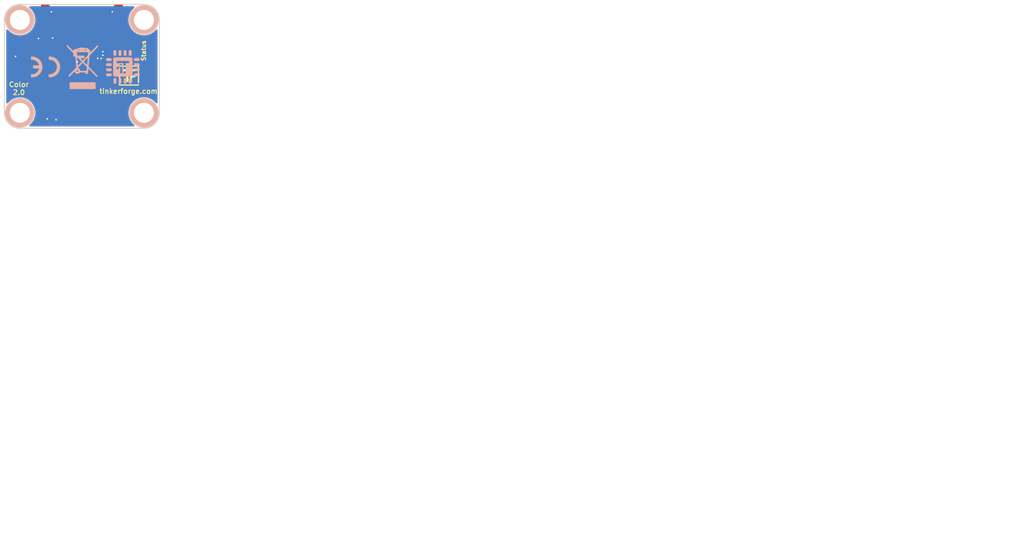
<source format=kicad_pcb>
(kicad_pcb (version 20211014) (generator pcbnew)
  (title_block (title "Color Bricklet") (date "2023-01-27") (rev "2.0") (company "Tinkerforge GmbH") (comment 1 "Licensed under CERN OHL v.1.1") (comment 2 "Copyright (©) 2023, T.Schneidermann <tim@tinkerforge.com>"))
  (layers (0 "F.Cu" signal) (31 "B.Cu" signal) (34 "B.Paste" user) (35 "F.Paste" user) (36 "B.SilkS" user "B.Silkscreen") (37 "F.SilkS" user "F.Silkscreen") (38 "B.Mask" user) (39 "F.Mask" user) (44 "Edge.Cuts" user))
  (net 0 "")
  (net 1 "GND")
  (net 2 "SCL")
  (net 3 "SDA")
  (net 4 "VCC")
  (net 5 "Net-(D1-Pad1)")
  (net 6 "Net-(D1-Pad2)")
  (net 7 "Net-(P1-Pad6)")
  (net 8 "Net-(C2-Pad1)")
  (net 9 "Net-(D2-Pad2)")
  (net 10 "Net-(P1-Pad4)")
  (net 11 "Net-(P1-Pad5)")
  (net 12 "Net-(P2-Pad1)")
  (net 13 "Net-(P3-Pad2)")
  (net 14 "LED")
  (net 15 "Net-(R5-Pad1)")
  (net 16 "S-MISO")
  (net 17 "S-MOSI")
  (net 18 "S-CLK")
  (net 19 "S-CS")
  (net 20 "INT")
  (net 21 "Net-(P1-Pad1)")
  (net 22 "Net-(U1-Pad4)")
  (net 23 "Net-(U2-Pad3)")
  (net 24 "Net-(U2-Pad5)")
  (net 25 "Net-(U2-Pad6)")
  (net 26 "Net-(U2-Pad8)")
  (net 27 "Net-(U2-Pad11)")
  (net 28 "Net-(U2-Pad12)")
  (net 29 "Net-(U2-Pad13)")
  (net 30 "Net-(U2-Pad14)")
  (net 31 "Net-(U2-Pad18)")
  (net 32 "Net-(U2-Pad20)")
  (net 33 "Net-(U2-Pad21)")
  (footprint "kicad-libraries:Fiducial_Mark" (layer "F.Cu") (at 117.9 77.9)
    (fp_text reference "Fiducial_Mark" hide)
    (fp_text value "VAL**" hide)
    (pad "1" smd circle locked (at 0 0) (size 1.00076 1.00076) (layers "F.Cu" "F.Paste" "F.Mask") (clearance 0.65024))
  )
  (footprint "kicad-libraries:Logo_31x31" (layer "F.Cu") (at 120 81.4)
    (fp_text reference "G***" hide)
    (fp_text value "LOGO" hide)
  )
  (footprint "kicad-libraries:CON-SENSOR2" (layer "F.Cu") (at 112.4 69.9 180)
    (fp_text reference "P1")
    (fp_text value "CON-SENSOR2")
    (pad "1" smd rect locked (at -3.75 -4.6 180) (size 0.6 1.8) (layers "F.Cu" "F.Paste" "F.Mask") (net 21 "Net-(P1-Pad1)"))
    (pad "2" smd rect locked (at -2.5 -4.6 180) (size 0.6 1.8) (layers "F.Cu" "F.Paste" "F.Mask") (net 1 "GND"))
    (pad "3" smd rect locked (at -1.25 -4.6 180) (size 0.6 1.8) (layers "F.Cu" "F.Paste" "F.Mask") (net 4 "VCC"))
    (pad "4" smd rect locked (at 0 -4.6 180) (size 0.6 1.8) (layers "F.Cu" "F.Paste" "F.Mask") (net 10 "Net-(P1-Pad4)"))
    (pad "5" smd rect locked (at 1.25 -4.6 180) (size 0.6 1.8) (layers "F.Cu" "F.Paste" "F.Mask") (net 11 "Net-(P1-Pad5)"))
    (pad "6" smd rect locked (at 2.5 -4.6 180) (size 0.6 1.8) (layers "F.Cu" "F.Paste" "F.Mask") (net 7 "Net-(P1-Pad6)"))
    (pad "7" smd rect locked (at 3.75 -4.6 180) (size 0.6 1.8) (layers "F.Cu" "F.Paste" "F.Mask") (net 8 "Net-(C2-Pad1)"))
    (pad "EP" smd rect locked (at 5.9 -1.2 180) (size 1.4 2.4) (layers "F.Cu" "F.Paste" "F.Mask") (net 1 "GND"))
    (pad "EP" smd rect locked (at -5.9 -1.2 180) (size 1.4 2.4) (layers "F.Cu" "F.Paste" "F.Mask") (net 1 "GND"))
  )
  (footprint "kicad-libraries:D0603F" (layer "F.Cu") (at 123.5 77.4 90)
    (fp_text reference "D2")
    (fp_text value "blue")
    (pad "1" smd rect locked (at -0.75 0 90) (size 0.9 0.9) (layers "F.Cu" "F.Paste" "F.Mask") (net 4 "VCC"))
    (pad "2" smd rect locked (at 0.75 0 90) (size 0.9 0.9) (layers "F.Cu" "F.Paste" "F.Mask") (net 9 "Net-(D2-Pad2)"))
  )
  (footprint "kicad-libraries:R0603F" (layer "F.Cu") (at 114.7 80.4 -90)
    (fp_text reference "R4")
    (fp_text value "2k2")
    (pad "1" smd rect locked (at -0.75 0 270) (size 0.9 0.9) (layers "F.Cu" "F.Paste" "F.Mask") (net 4 "VCC"))
    (pad "2" smd rect locked (at 0.75 0 270) (size 0.9 0.9) (layers "F.Cu" "F.Paste" "F.Mask") (net 3 "SDA"))
  )
  (footprint "kicad-libraries:R0603F" (layer "F.Cu") (at 109.3 80.6)
    (fp_text reference "R3")
    (fp_text value "2k2")
    (pad "1" smd rect locked (at -0.75 0) (size 0.9 0.9) (layers "F.Cu" "F.Paste" "F.Mask") (net 4 "VCC"))
    (pad "2" smd rect locked (at 0.75 0) (size 0.9 0.9) (layers "F.Cu" "F.Paste" "F.Mask") (net 2 "SCL"))
  )
  (footprint "kicad-libraries:FN-TCS3472" (layer "F.Cu") (at 112.4 82.3 -90)
    (fp_text reference "U1")
    (fp_text value "TCS3472")
    (pad "1" smd oval locked (at -0.95 -0.65 270) (size 1.4 0.4) (layers "F.Cu" "F.Paste" "F.Mask") (net 4 "VCC"))
    (pad "2" smd oval locked (at -0.95 0 270) (size 1.4 0.4) (layers "F.Cu" "F.Paste" "F.Mask") (net 2 "SCL"))
    (pad "3" smd oval locked (at -0.95 0.65 270) (size 1.4 0.4) (layers "F.Cu" "F.Paste" "F.Mask") (net 1 "GND"))
    (pad "4" smd oval locked (at 0.95 0.65 270) (size 1.4 0.4) (layers "F.Cu" "F.Paste" "F.Mask") (net 22 "Net-(U1-Pad4)"))
    (pad "5" smd oval locked (at 0.95 0 270) (size 1.4 0.4) (layers "F.Cu" "F.Paste" "F.Mask") (net 20 "INT"))
    (pad "6" smd oval locked (at 0.95 -0.65 270) (size 1.4 0.4) (layers "F.Cu" "F.Paste" "F.Mask") (net 3 "SDA"))
  )
  (footprint "kicad-libraries:Fiducial_Mark" (layer "F.Cu") (at 101.4 75.9)
    (fp_text reference "Fiducial_Mark" hide)
    (fp_text value "VAL**" hide)
    (pad "1" smd circle locked (at 0 0) (size 1.00076 1.00076) (layers "F.Cu" "F.Paste" "F.Mask") (clearance 0.65024))
  )
  (footprint "kicad-libraries:R0603F" (layer "F.Cu") (at 106.8 86.9 -90)
    (fp_text reference "R1")
    (fp_text value "10k")
    (pad "1" smd rect locked (at -0.75 0 270) (size 0.9 0.9) (layers "F.Cu" "F.Paste" "F.Mask") (net 14 "LED"))
    (pad "2" smd rect locked (at 0.75 0 270) (size 0.9 0.9) (layers "F.Cu" "F.Paste" "F.Mask") (net 1 "GND"))
  )
  (footprint "kicad-libraries:SolderJumper" (layer "F.Cu") (at 104.9 76.2 -90)
    (fp_text reference "P3")
    (fp_text value "BOOT")
    (pad "1" smd rect locked (at -0.5 0 270) (size 0.4 1.4) (layers "F.Cu" "F.Mask") (net 1 "GND"))
    (pad "1" smd rect locked (at -0.225 0.55 270) (size 0.95 0.3) (layers "F.Cu" "F.Mask") (net 1 "GND"))
    (pad "1" smd rect locked (at -0.225 -0.55 270) (size 0.95 0.3) (layers "F.Cu" "F.Mask") (net 1 "GND"))
    (pad "2" smd rect locked (at 0.55 0 270) (size 0.3 1.4) (layers "F.Cu" "F.Mask") (net 13 "Net-(P3-Pad2)"))
    (pad "2" smd rect locked (at 0.15 0 270) (size 0.6 0.5) (layers "F.Cu" "F.Mask") (net 13 "Net-(P3-Pad2)"))
  )
  (footprint "kicad-libraries:DRILL_NP" (layer "F.Cu") (at 102.4 72.4)
    (fp_text reference "U3" hide)
    (fp_text value "DRILL" hide)
    (pad "" np_thru_hole circle (at 0 0) (size 3.2 3.2) (drill 3.2) (layers F&B.Cu *.Mask) (clearance 0.89))
  )
  (footprint "kicad-libraries:DRILL_NP" (layer "F.Cu") (at 122.4 72.4)
    (fp_text reference "U4" hide)
    (fp_text value "DRILL" hide)
    (pad "" np_thru_hole circle (at 0 0) (size 3.2 3.2) (drill 3.2) (layers F&B.Cu *.Mask) (clearance 0.89))
  )
  (footprint "kicad-libraries:QFN24-4x4mm-0.5mm" (layer "F.Cu") (at 105.1 79.6 -90)
    (fp_text reference "U2")
    (fp_text value "XMC1300")
    (pad "1" smd oval locked (at -2.025 -1.25 270) (size 1 0.3) (layers "F.Cu" "F.Paste" "F.Mask") (net 16 "S-MISO"))
    (pad "2" smd oval locked (at -2.025 -0.75 270) (size 1 0.3) (layers "F.Cu" "F.Paste" "F.Mask") (net 12 "Net-(P2-Pad1)"))
    (pad "3" smd oval locked (at -2.025 -0.25 270) (size 1 0.3) (layers "F.Cu" "F.Paste" "F.Mask") (net 23 "Net-(U2-Pad3)"))
    (pad "4" smd oval locked (at -2.025 0.25 270) (size 1 0.3) (layers "F.Cu" "F.Paste" "F.Mask") (net 13 "Net-(P3-Pad2)"))
    (pad "5" smd oval locked (at -2.025 0.75 270) (size 1 0.3) (layers "F.Cu" "F.Paste" "F.Mask") (net 24 "Net-(U2-Pad5)"))
    (pad "6" smd oval locked (at -2.025 1.25 270) (size 1 0.3) (layers "F.Cu" "F.Paste" "F.Mask") (net 25 "Net-(U2-Pad6)"))
    (pad "7" smd oval locked (at -1.25 2.025) (size 1 0.3) (layers "F.Cu" "F.Paste" "F.Mask") (net 15 "Net-(R5-Pad1)"))
    (pad "8" smd oval locked (at -0.75 2.025) (size 1 0.3) (layers "F.Cu" "F.Paste" "F.Mask") (net 26 "Net-(U2-Pad8)"))
    (pad "9" smd oval locked (at -0.25 2.025) (size 1 0.3) (layers "F.Cu" "F.Paste" "F.Mask") (net 1 "GND"))
    (pad "10" smd oval locked (at 0.25 2.025) (size 1 0.3) (layers "F.Cu" "F.Paste" "F.Mask") (net 4 "VCC"))
    (pad "11" smd oval locked (at 0.75 2.025) (size 1 0.3) (layers "F.Cu" "F.Paste" "F.Mask") (net 27 "Net-(U2-Pad11)"))
    (pad "12" smd oval locked (at 1.25 2.025) (size 1 0.3) (layers "F.Cu" "F.Paste" "F.Mask") (net 28 "Net-(U2-Pad12)"))
    (pad "13" smd oval locked (at 2.025 1.25 270) (size 1 0.3) (layers "F.Cu" "F.Paste" "F.Mask") (net 29 "Net-(U2-Pad13)"))
    (pad "14" smd oval locked (at 2.025 0.75 270) (size 1 0.3) (layers "F.Cu" "F.Paste" "F.Mask") (net 30 "Net-(U2-Pad14)"))
    (pad "15" smd oval locked (at 2.025 0.25 270) (size 1 0.3) (layers "F.Cu" "F.Paste" "F.Mask") (net 14 "LED"))
    (pad "16" smd oval locked (at 2.025 -0.25 270) (size 1 0.3) (layers "F.Cu" "F.Paste" "F.Mask") (net 20 "INT"))
    (pad "17" smd oval locked (at 2.025 -0.75 270) (size 1 0.3) (layers "F.Cu" "F.Paste" "F.Mask") (net 3 "SDA"))
    (pad "18" smd oval locked (at 2.025 -1.25 270) (size 1 0.3) (layers "F.Cu" "F.Paste" "F.Mask") (net 31 "Net-(U2-Pad18)"))
    (pad "19" smd oval locked (at 1.25 -2.025) (size 1 0.3) (layers "F.Cu" "F.Paste" "F.Mask") (net 2 "SCL"))
    (pad "20" smd oval locked (at 0.75 -2.025) (size 1 0.3) (layers "F.Cu" "F.Paste" "F.Mask") (net 32 "Net-(U2-Pad20)"))
    (pad "21" smd oval locked (at 0.25 -2.025) (size 1 0.3) (layers "F.Cu" "F.Paste" "F.Mask") (net 33 "Net-(U2-Pad21)"))
    (pad "22" smd oval locked (at -0.25 -2.025) (size 1 0.3) (layers "F.Cu" "F.Paste" "F.Mask") (net 19 "S-CS"))
    (pad "23" smd oval locked (at -0.75 -2.025) (size 1 0.3) (layers "F.Cu" "F.Paste" "F.Mask") (net 18 "S-CLK"))
    (pad "24" smd oval locked (at -1.25 -2.025) (size 1 0.3) (layers "F.Cu" "F.Paste" "F.Mask") (net 17 "S-MOSI"))
    (pad "EXP" smd rect locked (at -0.65 -0.65 270) (size 1.3 1.3) (layers "F.Cu" "F.Paste" "F.Mask") (net 1 "GND"))
    (pad "EXP" smd rect locked (at -0.65 0.65 270) (size 1.3 1.3) (layers "F.Cu" "F.Paste" "F.Mask") (net 1 "GND"))
    (pad "EXP" smd rect locked (at 0.65 0.65 270) (size 1.3 1.3) (layers "F.Cu" "F.Paste" "F.Mask") (net 1 "GND"))
    (pad "EXP" smd rect locked (at 0.65 -0.65 270) (size 1.3 1.3) (layers "F.Cu" "F.Paste" "F.Mask") (net 1 "GND"))
  )
  (footprint "kicad-libraries:DRILL_NP" (layer "F.Cu") (at 122.4 87.4)
    (fp_text reference "U6" hide)
    (fp_text value "DRILL" hide)
    (pad "" np_thru_hole circle (at 0 0) (size 3.2 3.2) (drill 3.2) (layers F&B.Cu *.Mask) (clearance 0.89))
  )
  (footprint "kicad-libraries:DRILL_NP" (layer "F.Cu") (at 102.4 87.4)
    (fp_text reference "U5" hide)
    (fp_text value "DRILL" hide)
    (pad "" np_thru_hole circle (at 0 0) (size 3.2 3.2) (drill 3.2) (layers F&B.Cu *.Mask) (clearance 0.89))
  )
  (footprint "kicad-libraries:R0603F" (layer "F.Cu") (at 115.1 86.9 180)
    (fp_text reference "R2")
    (fp_text value "180")
    (pad "1" smd rect locked (at -0.75 0 180) (size 0.9 0.9) (layers "F.Cu" "F.Paste" "F.Mask") (net 4 "VCC"))
    (pad "2" smd rect locked (at 0.75 0 180) (size 0.9 0.9) (layers "F.Cu" "F.Paste" "F.Mask") (net 5 "Net-(D1-Pad1)"))
  )
  (footprint "kicad-libraries:4X0402" (layer "F.Cu") (at 110.5 76.8 180)
    (fp_text reference "RP1")
    (fp_text value "82")
    (pad "1" smd rect locked (at -0.7493 0.575) (size 0.29972 0.65) (layers "F.Cu" "F.Paste" "F.Mask") (net 10 "Net-(P1-Pad4)"))
    (pad "2" smd rect locked (at -0.24892 0.575) (size 0.29972 0.65) (layers "F.Cu" "F.Paste" "F.Mask") (net 11 "Net-(P1-Pad5)"))
    (pad "3" smd rect locked (at 0.24892 0.575) (size 0.29972 0.65) (layers "F.Cu" "F.Paste" "F.Mask") (net 7 "Net-(P1-Pad6)"))
    (pad "4" smd rect locked (at 0.7493 0.575) (size 0.29972 0.65) (layers "F.Cu" "F.Paste" "F.Mask") (net 8 "Net-(C2-Pad1)"))
    (pad "5" smd rect locked (at 0.7493 -0.575 180) (size 0.29972 0.65) (layers "F.Cu" "F.Paste" "F.Mask") (net 16 "S-MISO"))
    (pad "6" smd rect locked (at 0.24892 -0.575 180) (size 0.29972 0.65) (layers "F.Cu" "F.Paste" "F.Mask") (net 17 "S-MOSI"))
    (pad "7" smd rect locked (at -0.24892 -0.575 180) (size 0.29972 0.65) (layers "F.Cu" "F.Paste" "F.Mask") (net 18 "S-CLK"))
    (pad "8" smd rect locked (at -0.7493 -0.575 180) (size 0.29972 0.65) (layers "F.Cu" "F.Paste" "F.Mask") (net 19 "S-CS"))
  )
  (footprint "kicad-libraries:R0603F" (layer "F.Cu") (at 120.2 76.6)
    (fp_text reference "R5")
    (fp_text value "1k")
    (pad "1" smd rect locked (at -0.75 0) (size 0.9 0.9) (layers "F.Cu" "F.Paste" "F.Mask") (net 15 "Net-(R5-Pad1)"))
    (pad "2" smd rect locked (at 0.75 0) (size 0.9 0.9) (layers "F.Cu" "F.Paste" "F.Mask") (net 9 "Net-(D2-Pad2)"))
  )
  (footprint "kicad-libraries:LED-3x2" (layer "F.Cu") (at 112.4 85.2 180)
    (fp_text reference "D1")
    (fp_text value "LED")
    (pad "1" smd rect locked (at -1.55 0.05 180) (size 1.6 1.4) (layers "F.Cu" "F.Paste" "F.Mask") (net 5 "Net-(D1-Pad1)"))
    (pad "2" smd rect locked (at 1.55 0 180) (size 1.6 1.4) (layers "F.Cu" "F.Paste" "F.Mask") (net 6 "Net-(D1-Pad2)"))
  )
  (footprint "kicad-libraries:Fiducial_Mark" (layer "F.Cu") (at 117.9 87.9)
    (fp_text reference "Fiducial_Mark" hide)
    (fp_text value "VAL**" hide)
    (pad "1" smd circle locked (at 0 0) (size 1.00076 1.00076) (layers "F.Cu" "F.Paste" "F.Mask") (clearance 0.65024))
  )
  (footprint "kicad-libraries:DEBUG_PAD" (layer "F.Cu") (at 106.5 75.8)
    (fp_text reference "P2")
    (fp_text value "DEBUG")
    (pad "1" smd circle locked (at 0 0) (size 0.7 0.7) (layers "F.Cu" "F.Paste" "F.Mask") (net 12 "Net-(P2-Pad1)"))
  )
  (footprint "kicad-libraries:C0805" (layer "F.Cu") (at 114.3 76.4)
    (fp_text reference "C3")
    (fp_text value "10uF")
    (pad "1" smd rect locked (at -1.00076 0) (size 1.00076 1.24968) (layers "F.Cu" "F.Paste" "F.Mask") (net 4 "VCC") (clearance 0.14986))
    (pad "2" smd rect locked (at 1.00076 0) (size 1.00076 1.24968) (layers "F.Cu" "F.Paste" "F.Mask") (net 1 "GND") (clearance 0.14986))
  )
  (footprint "kicad-libraries:C0402F" (layer "F.Cu") (at 108.2 76.1 180)
    (fp_text reference "C2")
    (fp_text value "220pF")
    (pad "1" smd rect locked (at -0.5 0 180) (size 0.6 0.7) (layers "F.Cu" "F.Paste" "F.Mask") (net 8 "Net-(C2-Pad1)"))
    (pad "2" smd rect locked (at 0.5 0 180) (size 0.6 0.7) (layers "F.Cu" "F.Paste" "F.Mask") (net 1 "GND"))
  )
  (footprint "kicad-libraries:C0603F" (layer "F.Cu") (at 112.4 79.8)
    (fp_text reference "C1")
    (fp_text value "100nF")
    (pad "1" smd rect locked (at -0.75 0) (size 0.9 0.9) (layers "F.Cu" "F.Paste" "F.Mask") (net 1 "GND"))
    (pad "2" smd rect locked (at 0.75 0) (size 0.9 0.9) (layers "F.Cu" "F.Paste" "F.Mask") (net 4 "VCC"))
  )
  (footprint "kicad-libraries:C0603F" (layer "F.Cu") (at 101.7 79.7 90)
    (fp_text reference "C5")
    (fp_text value "100nF")
    (pad "1" smd rect locked (at -0.75 0 90) (size 0.9 0.9) (layers "F.Cu" "F.Paste" "F.Mask") (net 4 "VCC"))
    (pad "2" smd rect locked (at 0.75 0 90) (size 0.9 0.9) (layers "F.Cu" "F.Paste" "F.Mask") (net 1 "GND"))
  )
  (footprint "kicad-libraries:C0603F" (layer "F.Cu") (at 114.3 77.9)
    (fp_text reference "C4")
    (fp_text value "1uF")
    (pad "1" smd rect locked (at -0.75 0) (size 0.9 0.9) (layers "F.Cu" "F.Paste" "F.Mask") (net 4 "VCC"))
    (pad "2" smd rect locked (at 0.75 0) (size 0.9 0.9) (layers "F.Cu" "F.Paste" "F.Mask") (net 1 "GND"))
  )
  (footprint "kicad-libraries:SOT23GDS" (layer "F.Cu") (at 109.2 86.9 90)
    (fp_text reference "Q1")
    (fp_text value "2N7002P")
    (pad "D" smd rect locked (at 0 1.016 90) (size 0.9144 0.9144) (layers "F.Cu" "F.Paste" "F.Mask") (net 6 "Net-(D1-Pad2)"))
    (pad "G" smd rect locked (at 0.889 -1.016 90) (size 0.9144 0.9144) (layers "F.Cu" "F.Paste" "F.Mask") (net 14 "LED"))
    (pad "S" smd rect locked (at -0.889 -1.016 90) (size 0.9144 0.9144) (layers "F.Cu" "F.Paste" "F.Mask") (net 1 "GND"))
  )
  (footprint "kicad-libraries:CE_5mm" (layer "B.Cu") (at 106.5 80 180)
    (fp_text reference "VAL" hide)
    (fp_text value "CE_5mm" hide)
  )
  (footprint "kicad-libraries:WEEE_7mm" (layer "B.Cu") (at 112.5 80 180)
    (fp_text reference "VAL" hide)
    (fp_text value "WEEE_7mm" hide)
  )
  (footprint "kicad-libraries:Logo_CoMCU" (layer "B.Cu") (at 119 80 180)
    (fp_text reference "G***" hide)
    (fp_text value "LOGO" hide)
  )
  (gr_line (start 99.9 72.4) (end 99.9 87.4) (layer "Edge.Cuts") (width 0.15))
  (gr_line (start 122.4 69.9) (end 102.4 69.9) (layer "Edge.Cuts") (width 0.15))
  (gr_arc (start 102.4 89.9) (mid 100.632233 89.167767) (end 99.9 87.4) (layer "Edge.Cuts") (width 0.15))
  (gr_line (start 102.4 89.9) (end 122.4 89.9) (layer "Edge.Cuts") (width 0.15))
  (gr_line (start 124.9 87.4) (end 124.9 72.4) (layer "Edge.Cuts") (width 0.15))
  (gr_arc (start 124.9 87.4) (mid 124.167767 89.167767) (end 122.4 89.9) (layer "Edge.Cuts") (width 0.15))
  (gr_arc (start 122.4 69.9) (mid 124.167767 70.632233) (end 124.9 72.4) (layer "Edge.Cuts") (width 0.15))
  (gr_arc (start 99.9 72.4) (mid 100.632233 70.632233) (end 102.4 69.9) (layer "Edge.Cuts") (width 0.15))
  (gr_text "Color\n2.0\n" (at 102.24 83.47) (layer "F.SilkS") (effects (font (size 0.8 0.8))))
  (gr_text "tinkerforge.com" (at 119.9 83.92) (layer "F.SilkS") (effects (font (size 0.8 0.8))))
  (gr_text "Status" (at 122.36 77.39 90) (layer "F.SilkS") (effects (font (size 0.7 0.7))))
  (segment (start 111.69 79.49) (end 111.69 80.14) (width 0.2) (layer "F.Cu") (net 1))
  (segment (start 105.4 75.7) (end 105.4 75.400016) (width 0.25) (layer "F.Cu") (net 1))
  (segment (start 115.58 77.9) (end 115.05 77.9) (width 0.55) (layer "F.Cu") (net 1))
  (segment (start 115.42 77.9) (end 115.78 77.54) (width 0.55) (layer "F.Cu") (net 1))
  (segment (start 115.78 77.54) (end 115.78 78.1) (width 0.55) (layer "F.Cu") (net 1))
  (segment (start 115.78 78.35) (end 115.5 78.63) (width 0.55) (layer "F.Cu") (net 1))
  (segment (start 115.05 78.18) (end 115.5 78.63) (width 0.55) (layer "F.Cu") (net 1))
  (segment (start 114.94 78.62) (end 115.49 78.62) (width 0.55) (layer "F.Cu") (net 1))
  (segment (start 115.05 78.51) (end 114.94 78.62) (width 0.55) (layer "F.Cu") (net 1))
  (segment (start 115.05 78.51) (end 115.05 77.9) (width 0.55) (layer "F.Cu") (net 1))
  (segment (start 115.49 78.62) (end 115.5 78.63) (width 0.55) (layer "F.Cu") (net 1))
  (segment (start 115.78 78.1) (end 115.78 78.35) (width 0.55) (layer "F.Cu") (net 1))
  (segment (start 105.4 75.400016) (end 105.400016 75.4) (width 0.25) (layer "F.Cu") (net 1))
  (segment (start 111.7 79.488908) (end 111.7 79.2) (width 0.55) (layer "F.Cu") (net 1))
  (segment (start 106.5 71.1) (end 107.48 71.1) (width 0.55) (layer "F.Cu") (net 1))
  (segment (start 118.3 71.1) (end 117.31 71.1) (width 0.55) (layer "F.Cu") (net 1))
  (segment (start 115.30076 75.93076) (end 115.30076 76.4) (width 0.55) (layer "F.Cu") (net 1))
  (segment (start 114.9 75.53) (end 115.30076 75.93076) (width 0.55) (layer "F.Cu") (net 1))
  (segment (start 114.9 74.5) (end 114.9 75.53) (width 0.55) (layer "F.Cu") (net 1))
  (segment (start 115.30076 77.12924) (end 115.05 77.38) (width 0.55) (layer "F.Cu") (net 1))
  (segment (start 115.05 77.38) (end 115.05 77.9) (width 0.55) (layer "F.Cu") (net 1))
  (segment (start 115.30076 76.4) (end 115.30076 77.12924) (width 0.55) (layer "F.Cu") (net 1))
  (segment (start 115.58 77.9) (end 115.78 78.1) (width 0.55) (layer "F.Cu") (net 1))
  (segment (start 104.9 75.7) (end 104.88 75.67) (width 0.2) (layer "F.Cu") (net 1))
  (segment (start 105.4 75.7) (end 104.9 75.7) (width 0.2) (layer "F.Cu") (net 1))
  (segment (start 104.33 75.77) (end 104.4 75.7) (width 0.2) (layer "F.Cu") (net 1))
  (segment (start 104.4 75.7) (end 104.9 75.7) (width 0.2) (layer "F.Cu") (net 1))
  (segment (start 104.9 75.7) (end 104.88 75.67) (width 0.2) (layer "F.Cu") (net 1))
  (segment (start 104.33 75.945) (end 104.33 75.77) (width 0.2) (layer "F.Cu") (net 1))
  (segment (start 111.48 79.7) (end 111.69 79.49) (width 0.2) (layer "F.Cu") (net 1))
  (segment (start 111.8 80.25) (end 111.8 81.5) (width 0.2) (layer "F.Cu") (net 1))
  (segment (start 108.224 88.514) (end 108.23 88.52) (width 0.55) (layer "F.Cu") (net 1))
  (segment (start 108.224 87.779) (end 108.224 88.514) (width 0.55) (layer "F.Cu") (net 1))
  (segment (start 107.69 76.11) (end 107.69 75.33) (width 0.55) (layer "F.Cu") (net 1))
  (segment (start 104.47 80.34) (end 104.47 79.04) (width 0.25) (layer "F.Cu") (net 1))
  (segment (start 106.81 87.64) (end 106.81 88.37) (width 0.55) (layer "F.Cu") (net 1))
  (segment (start 104.47 79.04) (end 105.77 79.04) (width 0.25) (layer "F.Cu") (net 1))
  (segment (start 105.77 79.04) (end 105.77 80.34) (width 0.25) (layer "F.Cu") (net 1))
  (segment (start 111.698908 79.49) (end 111.7 79.488908) (width 0.55) (layer "F.Cu") (net 1))
  (segment (start 114.94 78.01) (end 115.05 77.9) (width 0.55) (layer "F.Cu") (net 1))
  (segment (start 114.94 78.62) (end 114.94 78.01) (width 0.55) (layer "F.Cu") (net 1))
  (segment (start 105.77 80.34) (end 104.47 80.34) (width 0.25) (layer "F.Cu") (net 1))
  (segment (start 111.69 80.14) (end 111.8 80.25) (width 0.2) (layer "F.Cu") (net 1))
  (segment (start 105.43 75.945) (end 105.43 75.73) (width 0.25) (layer "F.Cu") (net 1))
  (segment (start 101.7 78.688908) (end 101.7 78.3) (width 0.55) (layer "F.Cu") (net 1))
  (segment (start 111.69 79.49) (end 111.698908 79.49) (width 0.55) (layer "F.Cu") (net 1))
  (segment (start 105.43 75.73) (end 105.4 75.7) (width 0.25) (layer "F.Cu") (net 1))
  (segment (start 101.7 78.94) (end 101.7 78.688908) (width 0.55) (layer "F.Cu") (net 1))
  (segment (start 104.47 79.04) (end 104.16 79.35) (width 0.25) (layer "F.Cu") (net 1))
  (segment (start 102.11 79.35) (end 101.7 78.94) (width 0.25) (layer "F.Cu") (net 1))
  (segment (start 104.16 79.35) (end 102.11 79.35) (width 0.25) (layer "F.Cu") (net 1))
  (via (at 115.78 77.54) (size 0.55) (drill 0.25) (layers "F.Cu" "B.Cu") (net 1))
  (via (at 115.78 78.1) (size 0.55) (drill 0.25) (layers "F.Cu" "B.Cu") (net 1))
  (via (at 115.5 78.63) (size 0.55) (drill 0.25) (layers "F.Cu" "B.Cu") (net 1))
  (via (at 105.400016 75.4) (size 0.55) (drill 0.25) (layers "F.Cu" "B.Cu") (net 1))
  (via (at 106.81 88.37) (size 0.55) (drill 0.25) (layers "F.Cu" "B.Cu") (net 1))
  (via (at 107.48 71.1) (size 0.55) (drill 0.25) (layers "F.Cu" "B.Cu") (net 1))
  (via (at 117.31 71.1) (size 0.55) (drill 0.25) (layers "F.Cu" "B.Cu") (net 1))
  (via (at 108.23 88.52) (size 0.55) (drill 0.25) (layers "F.Cu" "B.Cu") (net 1))
  (via (at 107.69 75.33) (size 0.55) (drill 0.25) (layers "F.Cu" "B.Cu") (net 1))
  (via (at 114.94 78.62) (size 0.55) (drill 0.25) (layers "F.Cu" "B.Cu") (net 1))
  (via (at 111.7 79.2) (size 0.55) (drill 0.25) (layers "F.Cu" "B.Cu") (net 1))
  (via (at 101.7 78.3) (size 0.55) (drill 0.25) (layers "F.Cu" "B.Cu") (net 1))
  (segment (start 112.4 81.35) (end 112.4 79.157524) (width 0.2) (layer "F.Cu") (net 2))
  (segment (start 112.4 79.157524) (end 111.917466 78.67499) (width 0.2) (layer "F.Cu") (net 2))
  (segment (start 111.917466 78.67499) (end 111.449998 78.67499) (width 0.2) (layer "F.Cu") (net 2))
  (segment (start 111.449998 78.67499) (end 110.1 80.024988) (width 0.2) (layer "F.Cu") (net 2))
  (segment (start 110.1 80.024988) (end 110.1 80.7) (width 0.2) (layer "F.Cu") (net 2))
  (segment (start 107.125 80.92) (end 107.125 80.85) (width 0.2) (layer "F.Cu") (net 2))
  (segment (start 110.07 80.63) (end 110.07 81.08) (width 0.2) (layer "F.Cu") (net 2))
  (segment (start 107.755 81.55) (end 107.125 80.92) (width 0.2) (layer "F.Cu") (net 2))
  (segment (start 110.07 81.08) (end 109.6 81.55) (width 0.2) (layer "F.Cu") (net 2))
  (segment (start 109.6 81.55) (end 107.755 81.55) (width 0.2) (layer "F.Cu") (net 2))
  (segment (start 113.05 83.25) (end 113.45 83.25) (width 0.2) (layer "F.Cu") (net 3))
  (segment (start 113.45 83.25) (end 114.7 82) (width 0.2) (layer "F.Cu") (net 3))
  (segment (start 114.7 82) (end 114.7 81.2) (width 0.2) (layer "F.Cu") (net 3))
  (segment (start 109.5 83.85) (end 111.05 82.3) (width 0.2) (layer "F.Cu") (net 3))
  (segment (start 105.85 82.395) (end 107.305 83.85) (width 0.2) (layer "F.Cu") (net 3))
  (segment (start 113 82.3) (end 113.05 82.35) (width 0.2) (layer "F.Cu") (net 3))
  (segment (start 113.05 82.35) (end 113.05 83.25) (width 0.2) (layer "F.Cu") (net 3))
  (segment (start 107.305 83.85) (end 109.5 83.85) (width 0.2) (layer "F.Cu") (net 3))
  (segment (start 105.85 81.625) (end 105.85 82.395) (width 0.2) (layer "F.Cu") (net 3))
  (segment (start 111.05 82.3) (end 113 82.3) (width 0.2) (layer "F.Cu") (net 3))
  (segment (start 123.52 79) (end 123.24 79.28) (width 0.25) (layer "F.Cu") (net 4))
  (segment (start 123.24 79.28) (end 115.78 79.28) (width 0.25) (layer "F.Cu") (net 4))
  (segment (start 115.78 79.28) (end 115.4 79.66) (width 0.25) (layer "F.Cu") (net 4))
  (segment (start 123.52 78.14) (end 123.52 79) (width 0.25) (layer "F.Cu") (net 4))
  (segment (start 109.8 79.83) (end 111.73 77.9) (width 0.2) (layer "F.Cu") (net 4))
  (segment (start 108.93 79.83) (end 109.8 79.83) (width 0.2) (layer "F.Cu") (net 4))
  (segment (start 108.57 80.19) (end 108.93 79.83) (width 0.2) (layer "F.Cu") (net 4))
  (segment (start 108.57 80.63) (end 108.57 80.19) (width 0.2) (layer "F.Cu") (net 4))
  (segment (start 113.55 78.51) (end 113.55 78.52) (width 0.25) (layer "F.Cu") (net 4))
  (segment (start 115.4 79.66) (end 114.73 79.66) (width 0.4) (layer "F.Cu") (net 4))
  (segment (start 113.29924 75.89076) (end 113.29924 76.4) (width 0.55) (layer "F.Cu") (net 4))
  (segment (start 113.65 75.54) (end 113.29924 75.89076) (width 0.55) (layer "F.Cu") (net 4))
  (segment (start 113.65 74.5) (end 113.65 75.54) (width 0.55) (layer "F.Cu") (net 4))
  (segment (start 113.29924 77.06924) (end 113.55 77.32) (width 0.55) (layer "F.Cu") (net 4))
  (segment (start 113.55 77.32) (end 113.55 77.9) (width 0.55) (layer "F.Cu") (net 4))
  (segment (start 113.29924 76.4) (end 113.29924 77.06924) (width 0.55) (layer "F.Cu") (net 4))
  (segment (start 113.37 78.69) (end 113.19 78.87) (width 0.25) (layer "F.Cu") (net 4))
  (segment (start 113.55 78.51) (end 113.37 78.69) (width 0.25) (layer "F.Cu") (net 4))
  (segment (start 113.19 78.87) (end 113.19 79.49) (width 0.25) (layer "F.Cu") (net 4))
  (segment (start 113.55 78.36) (end 113.55 78.51) (width 0.25) (layer "F.Cu") (net 4))
  (segment (start 113.55 77.9) (end 113.55 78.36) (width 0.25) (layer "F.Cu") (net 4))
  (segment (start 111.73 77.9) (end 113.55 77.9) (width 0.2) (layer "F.Cu") (net 4))
  (segment (start 113.28 79.58) (end 113.19 79.49) (width 0.2) (layer "F.Cu") (net 4))
  (segment (start 113.1 79.58) (end 113.1 81.4) (width 0.2) (layer "F.Cu") (net 4))
  (segment (start 113.19 79.49) (end 113.1 79.58) (width 0.2) (layer "F.Cu") (net 4))
  (segment (start 103.075 79.85) (end 102.29 79.85) (width 0.25) (layer "F.Cu") (net 4))
  (segment (start 105.9 85.5) (end 101.7 81.3) (width 0.3) (layer "F.Cu") (net 4))
  (segment (start 113.6 78.6) (end 113.6 77.9) (width 0.4) (layer "F.Cu") (net 4))
  (segment (start 114.73 79.66) (end 114.66 79.66) (width 0.4) (layer "F.Cu") (net 4))
  (segment (start 114.66 79.66) (end 113.6 78.6) (width 0.4) (layer "F.Cu") (net 4))
  (segment (start 115.86 87.66) (end 114.424999 89.095001) (width 0.3) (layer "F.Cu") (net 4))
  (segment (start 102.29 79.85) (end 101.7 80.44) (width 0.25) (layer "F.Cu") (net 4))
  (segment (start 114.73 79.66) (end 115.58 79.66) (width 0.4) (layer "F.Cu") (net 4))
  (segment (start 105.9 88.4) (end 105.9 85.5) (width 0.3) (layer "F.Cu") (net 4))
  (segment (start 101.7 81.3) (end 101.7 80.4) (width 0.3) (layer "F.Cu") (net 4))
  (segment (start 115.9 79.98) (end 115.9 86.9) (width 0.4) (layer "F.Cu") (net 4))
  (segment (start 114.424999 89.095001) (end 106.595001 89.095001) (width 0.3) (layer "F.Cu") (net 4))
  (segment (start 106.595001 89.095001) (end 105.9 88.4) (width 0.3) (layer "F.Cu") (net 4))
  (segment (start 115.58 79.66) (end 115.9 79.98) (width 0.4) (layer "F.Cu") (net 4))
  (segment (start 115.86 86.91) (end 115.86 87.66) (width 0.3) (layer "F.Cu") (net 4))
  (segment (start 114.4 86.4) (end 114.4 86.9) (width 0.4) (layer "F.Cu") (net 5))
  (segment (start 113.95 85.15) (end 113.95 85.95) (width 0.4) (layer "F.Cu") (net 5))
  (segment (start 113.95 85.95) (end 114.4 86.4) (width 0.4) (layer "F.Cu") (net 5))
  (segment (start 110.256 86.89) (end 110.256 86.344) (width 0.4) (layer "F.Cu") (net 6))
  (segment (start 110.256 86.344) (end 110.8 85.8) (width 0.4) (layer "F.Cu") (net 6))
  (segment (start 110.8 85.8) (end 110.8 85.2) (width 0.4) (layer "F.Cu") (net 6))
  (segment (start 110.25108 75.74108) (end 110.25108 76.225) (width 0.25) (layer "F.Cu") (net 7))
  (segment (start 109.9 75.39) (end 110.25108 75.74108) (width 0.25) (layer "F.Cu") (net 7))
  (segment (start 109.9 74.5) (end 109.9 75.39) (width 0.25) (layer "F.Cu") (net 7))
  (segment (start 108.805 76.225) (end 109.7507 76.225) (width 0.25) (layer "F.Cu") (net 8))
  (segment (start 108.65 76.07) (end 108.805 76.225) (width 0.25) (layer "F.Cu") (net 8))
  (segment (start 108.65 74.5) (end 108.65 76.07) (width 0.25) (layer "F.Cu") (net 8))
  (segment (start 120.97 76.64) (end 120.92 76.59) (width 0.25) (layer "F.Cu") (net 9))
  (segment (start 123.52 76.64) (end 120.97 76.64) (width 0.25) (layer "F.Cu") (net 9))
  (segment (start 111.2493 75.8507) (end 111.4 75.7) (width 0.25) (layer "F.Cu") (net 10))
  (segment (start 111.4 75.7) (end 112.13 75.7) (width 0.25) (layer "F.Cu") (net 10))
  (segment (start 112.13 75.7) (end 112.4 75.43) (width 0.25) (layer "F.Cu") (net 10))
  (segment (start 112.4 75.43) (end 112.4 74.5) (width 0.25) (layer "F.Cu") (net 10))
  (segment (start 111.2493 76.225) (end 111.2493 75.8507) (width 0.25) (layer "F.Cu") (net 10))
  (segment (start 110.74892 75.74108) (end 110.74892 76.225) (width 0.25) (layer "F.Cu") (net 11))
  (segment (start 111.15 75.34) (end 110.74892 75.74108) (width 0.25) (layer "F.Cu") (net 11))
  (segment (start 111.15 74.5) (end 111.15 75.34) (width 0.25) (layer "F.Cu") (net 11))
  (segment (start 106.5 76.077004) (end 105.85 76.727004) (width 0.2) (layer "F.Cu") (net 12))
  (segment (start 105.85 76.727004) (end 105.85 77.575) (width 0.2) (layer "F.Cu") (net 12))
  (segment (start 106.5 76) (end 106.5 76.077004) (width 0.2) (layer "F.Cu") (net 12))
  (segment (start 104.85 76.25) (end 104.85 77.575) (width 0.25) (layer "F.Cu") (net 13))
  (segment (start 106.8 84.8) (end 106.8 86.15) (width 0.2) (layer "F.Cu") (net 14))
  (segment (start 106.8 86.15) (end 108.05 86.15) (width 0.2) (layer "F.Cu") (net 14))
  (segment (start 104.85 81.625) (end 104.85 82.85) (width 0.2) (layer "F.Cu") (net 14))
  (segment (start 108.05 86.15) (end 108.2 86) (width 0.2) (layer "F.Cu") (net 14))
  (segment (start 104.85 82.85) (end 106.8 84.8) (width 0.2) (layer "F.Cu") (net 14))
  (segment (start 119.42 75.43) (end 117.19 73.2) (width 0.25) (layer "F.Cu") (net 15))
  (segment (start 106 73.2) (end 103.075 76.125) (width 0.25) (layer "F.Cu") (net 15))
  (segment (start 117.19 73.2) (end 106 73.2) (width 0.25) (layer "F.Cu") (net 15))
  (segment (start 103.075 76.125) (end 103.075 78.35) (width 0.25) (layer "F.Cu") (net 15))
  (segment (start 119.42 76.59) (end 119.42 75.43) (width 0.25) (layer "F.Cu") (net 15))
  (segment (start 106.64 76.73) (end 106.35 77.02) (width 0.2) (layer "F.Cu") (net 16))
  (segment (start 109.7507 77.375) (end 107.605 77.375) (width 0.2) (layer "F.Cu") (net 16))
  (segment (start 107.605 77.375) (end 106.96 76.73) (width 0.2) (layer "F.Cu") (net 16))
  (segment (start 106.35 77.02) (end 106.35 77.575) (width 0.2) (layer "F.Cu") (net 16))
  (segment (start 106.96 76.73) (end 106.64 76.73) (width 0.2) (layer "F.Cu") (net 16))
  (segment (start 110.25108 77.375) (end 110.25108 77.85892) (width 0.2) (layer "F.Cu") (net 17))
  (segment (start 109.76 78.35) (end 107.125 78.35) (width 0.2) (layer "F.Cu") (net 17))
  (segment (start 110.25108 77.85892) (end 109.76 78.35) (width 0.2) (layer "F.Cu") (net 17))
  (segment (start 110.74892 77.375) (end 110.74892 77.86108) (width 0.2) (layer "F.Cu") (net 18))
  (segment (start 110.74892 77.86108) (end 109.76 78.85) (width 0.2) (layer "F.Cu") (net 18))
  (segment (start 109.76 78.85) (end 107.125 78.85) (width 0.2) (layer "F.Cu") (net 18))
  (segment (start 109.754978 79.35) (end 107.125 79.35) (width 0.2) (layer "F.Cu") (net 19))
  (segment (start 111.2493 77.375) (end 111.2493 77.855678) (width 0.2) (layer "F.Cu") (net 19))
  (segment (start 111.2493 77.855678) (end 109.754978 79.35) (width 0.2) (layer "F.Cu") (net 19))
  (segment (start 112.14999 84.20001) (end 112.4 83.95) (width 0.2) (layer "F.Cu") (net 20))
  (segment (start 105.35 81.625) (end 105.35 82.395) (width 0.2) (layer "F.Cu") (net 20))
  (segment (start 107.15501 84.20001) (end 112.14999 84.20001) (width 0.2) (layer "F.Cu") (net 20))
  (segment (start 112.4 83.95) (end 112.4 83.25) (width 0.2) (layer "F.Cu") (net 20))
  (segment (start 105.35 82.395) (end 107.15501 84.20001) (width 0.2) (layer "F.Cu") (net 20))
  (zone (net 1) (net_name "GND") (layer "B.Cu") (connect_pads (clearance 0.3)) (min_thickness 0.3) (fill yes (thermal_gap 0.5) (thermal_bridge_width 0.5))
    (polygon (pts (xy 99.9 69.9) (xy 124.9 69.9) (xy 124.9 89.9) (xy 99.9 89.9)))
  )
)
</source>
